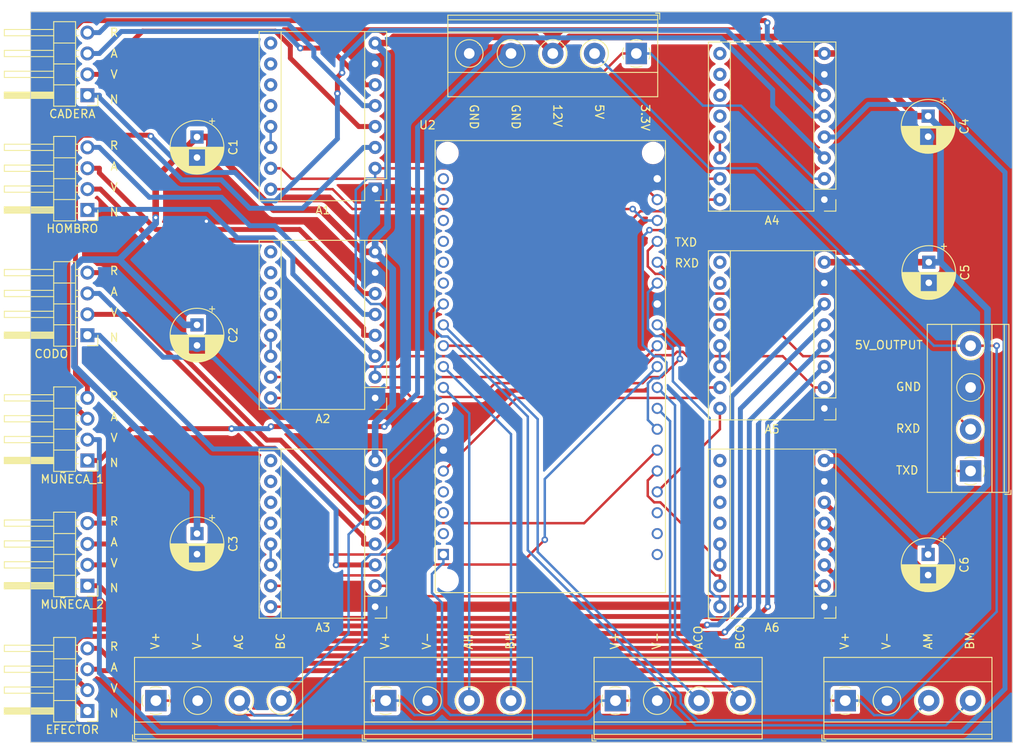
<source format=kicad_pcb>
(kicad_pcb (version 20221018) (generator pcbnew)
  (layers (0 "F.Cu" signal) (31 "B.Cu" signal) (34 "B.Paste" user) (35 "F.Paste" user) (36 "B.SilkS" user "B.Silkscreen") (37 "F.SilkS" user "F.Silkscreen") (38 "B.Mask" user) (39 "F.Mask" user) (44 "Edge.Cuts" user))
  (net 0 "")
  (net 7 "FAC")
  (net 8 "FBC")
  (net 9 "FAH")
  (net 10 "FBH")
  (net 11 "FACO")
  (net 12 "FBCO")
  (net 19 "FAM")
  (net 20 "FBM")
  (net 21 "TX")
  (net 22 "RX")
  (net 47 "3V3")
  (net 48 "5V")
  (net 49 "12V")
  (net 50 "GND")
  (net 51 "Net-(A1-~{RESET})")
  (net 52 "Net-(A2-~{RESET})")
  (net 53 "Net-(A3-~{RESET})")
  (net 54 "Net-(A4-~{RESET})")
  (net 55 "Net-(A5-~{RESET})")
  (net 56 "Net-(A6-~{RESET})")
  (net 57 "STEP_C")
  (net 58 "DIR_C")
  (net 59 "STEP_H")
  (net 60 "DIR_H")
  (net 61 "STEP_CO")
  (net 62 "DIR_CO")
  (net 63 "STEP_M1")
  (net 64 "DIR_M1")
  (net 65 "STEP_M2")
  (net 66 "DIR_M2")
  (net 67 "STEP_E")
  (net 68 "DIR_E")
  (net 69 "NC")
  (net 70 "VC")
  (net 71 "RC")
  (net 72 "AC")
  (net 73 "NH")
  (net 74 "VH")
  (net 75 "RH")
  (net 76 "AH")
  (net 77 "NCO")
  (net 78 "VCO")
  (net 79 "RCO")
  (net 80 "ACO")
  (net 81 "NM1")
  (net 82 "VM1")
  (net 83 "RM1")
  (net 84 "AM1")
  (net 85 "NM2")
  (net 86 "VM2")
  (net 87 "RM2")
  (net 88 "AM2")
  (net 89 "NE")
  (net 90 "VE")
  (net 91 "RE")
  (net 92 "AE")
  (footprint "Connector_PinHeader_2.54mm:PinHeader_1x04_P2.54mm_Horizontal" (layer "F.Cu") (at 93.275 123.18 180)
    (fp_text reference "EFECTOR")
    (fp_text value "Conn_01x04_Pin")
  )
  (footprint "TerminalBlock_Phoenix:TerminalBlock_Phoenix_MKDS-1,5-4-5.08_1x04_P5.08mm_Horizontal" (layer "F.Cu") (at 200.66 93.98 90)
    (fp_text reference "J12" hide)
    (fp_text value "Screw_Terminal_01x04")
  )
  (footprint "Connector_PinHeader_2.54mm:PinHeader_1x04_P2.54mm_Horizontal" (layer "F.Cu") (at 93.275 48.26 180)
    (fp_text reference "CADERA")
    (fp_text value "Conn_01x04_Pin")
  )
  (footprint "TerminalBlock_Phoenix:TerminalBlock_Phoenix_MKDS-1,5-4-5.08_1x04_P5.08mm_Horizontal" (layer "F.Cu") (at 157.48 121.92)
    (fp_text reference "J10" hide)
    (fp_text value "Screw_Terminal_01x04")
  )
  (footprint "Capacitor_THT:CP_Radial_D6.3mm_P2.50mm" (layer "F.Cu") (at 106.6 53.34 -90)
    (fp_text reference "C1")
    (fp_text value "C_Polarized")
  )
  (footprint "Connector_PinHeader_2.54mm:PinHeader_1x04_P2.54mm_Horizontal" (layer "F.Cu") (at 93.275 107.94 180)
    (fp_text reference "MUÑECA_2")
    (fp_text value "Conn_01x04_Pin")
  )
  (footprint "Connector_PinHeader_2.54mm:PinHeader_1x04_P2.54mm_Horizontal" (layer "F.Cu") (at 93.275 77.46 180)
    (fp_text reference "CODO")
    (fp_text value "Conn_01x04_Pin")
  )
  (footprint "TerminalBlock_Phoenix:TerminalBlock_Phoenix_MKDS-1,5-4-5.08_1x04_P5.08mm_Horizontal" (layer "F.Cu") (at 101.6 121.92)
    (fp_text reference "J8" hide)
    (fp_text value "Screw_Terminal_01x04")
  )
  (footprint "Capacitor_THT:CP_Radial_D6.3mm_P2.50mm" (layer "F.Cu") (at 106.6 76.2 -90)
    (fp_text reference "C2")
    (fp_text value "C_Polarized")
  )
  (footprint "Module:Pololu_Breakout-16_15.2x20.3mm" (layer "F.Cu") (at 182.88 60.96 180)
    (fp_text reference "A4")
    (fp_text value "Pololu_Breakout_A4988")
  )
  (footprint "Module:Pololu_Breakout-16_15.2x20.3mm" (layer "F.Cu") (at 128.26 59.69 180)
    (fp_text reference "A1")
    (fp_text value "Pololu_Breakout_A4988")
  )
  (footprint "Module:Pololu_Breakout-16_15.2x20.3mm" (layer "F.Cu") (at 182.88 110.49 180)
    (fp_text reference "A6")
    (fp_text value "Pololu_Breakout_A4988")
  )
  (footprint "Module:Pololu_Breakout-16_15.2x20.3mm" (layer "F.Cu") (at 128.26 110.49 180)
    (fp_text reference "A3")
    (fp_text value "Pololu_Breakout_A4988")
  )
  (footprint "TerminalBlock_Phoenix:TerminalBlock_Phoenix_MKDS-1,5-5-5.08_1x05_P5.08mm_Horizontal" (layer "F.Cu") (at 160.02 43.18 180)
    (fp_text reference "J1" hide)
    (fp_text value "Screw_Terminal_01x05")
  )
  (footprint "ESP32_NODEMCU:ESP32_NODEMCU" (layer "F.Cu") (at 149.56 81.28)
    (fp_text reference "U2")
    (fp_text value "ESP32_NODEMCU")
  )
  (footprint "Capacitor_THT:CP_Radial_D6.3mm_P2.50mm" (layer "F.Cu") (at 195.5 50.8 -90)
    (fp_text reference "C4")
    (fp_text value "C_Polarized")
  )
  (footprint "Capacitor_THT:CP_Radial_D6.3mm_P2.50mm" (layer "F.Cu") (at 195.58 68.58 -90)
    (fp_text reference "C5")
    (fp_text value "C_Polarized")
  )
  (footprint "Module:Pololu_Breakout-16_15.2x20.3mm" (layer "F.Cu") (at 182.88 86.36 180)
    (fp_text reference "A5")
    (fp_text value "Pololu_Breakout_A4988")
  )
  (footprint "Capacitor_THT:CP_Radial_D6.3mm_P2.50mm" (layer "F.Cu") (at 106.6 101.6 -90)
    (fp_text reference "C3")
    (fp_text value "C_Polarized")
  )
  (footprint "TerminalBlock_Phoenix:TerminalBlock_Phoenix_MKDS-1,5-4-5.08_1x04_P5.08mm_Horizontal" (layer "F.Cu") (at 129.54 121.92)
    (fp_text reference "J9" hide)
    (fp_text value "Screw_Terminal_01x04")
  )
  (footprint "Connector_PinHeader_2.54mm:PinHeader_1x04_P2.54mm_Horizontal" (layer "F.Cu") (at 93.275 92.7 180)
    (fp_text reference "MUÑECA_1")
    (fp_text value "Conn_01x04_Pin")
  )
  (footprint "Module:Pololu_Breakout-16_15.2x20.3mm" (layer "F.Cu") (at 128.26 85.09 180)
    (fp_text reference "A2")
    (fp_text value "Pololu_Breakout_A4988")
  )
  (footprint "TerminalBlock_Phoenix:TerminalBlock_Phoenix_MKDS-1,5-4-5.08_1x04_P5.08mm_Horizontal" (layer "F.Cu") (at 185.42 121.92)
    (fp_text reference "J11" hide)
    (fp_text value "Screw_Terminal_01x04")
  )
  (footprint "Connector_PinHeader_2.54mm:PinHeader_1x04_P2.54mm_Horizontal" (layer "F.Cu") (at 93.275 62.22 180)
    (fp_text reference "HOMBRO")
    (fp_text value "Conn_01x04_Pin")
  )
  (footprint "Capacitor_THT:CP_Radial_D6.3mm_P2.50mm" (layer "F.Cu") (at 195.5 104.14 -90)
    (fp_text reference "C6")
    (fp_text value "C_Polarized")
  )
  (gr_rect (start 86.36 38.1) (end 205.74 127) (stroke (width 0.1)) (fill none) (layer "Edge.Cuts"))
  (gr_text "GND" (at 139.7 49.26 -90) (layer "F.SilkS") (effects (font (size 1 1)) (justify left bottom)))
  (gr_text "R" (at 96.52 115.34) (layer "F.SilkS") (effects (font (size 1 1))))
  (gr_text "BH" (at 145.28 115.8 90) (layer "F.SilkS") (effects (font (size 1 1)) (justify left bottom)))
  (gr_text "GND" (at 144.78 49.26 -90) (layer "F.SilkS") (effects (font (size 1 1)) (justify left bottom)))
  (gr_text "A" (at 96.52 56.92) (layer "F.SilkS") (effects (font (size 1 1))))
  (gr_text "N" (at 96.52 108.22) (layer "F.SilkS") (effects (font (size 1 1))))
  (gr_text "N" (at 96.52 123.46) (layer "F.SilkS") (effects (font (size 1 1))))
  (gr_text "RXD" (at 191.5 89.4) (layer "F.SilkS") (effects (font (size 1 1)) (justify left bottom)))
  (gr_text "R" (at 96.52 84.86) (layer "F.SilkS") (effects (font (size 1 1))))
  (gr_text "AM" (at 196.08 115.8 90) (layer "F.SilkS") (effects (font (size 1 1)) (justify left bottom)))
  (gr_text "N" (at 96.52 62.5) (layer "F.SilkS") (effects (font (size 1 1))))
  (gr_text "V" (at 96.52 59.46) (layer "F.SilkS") (effects (font (size 1 1))))
  (gr_text "BM" (at 201.16 115.8 90) (layer "F.SilkS") (effects (font (size 1 1)) (justify left bottom)))
  (gr_text "V+" (at 102.1 115.8 90) (layer "F.SilkS") (effects (font (size 1 1)) (justify left bottom)))
  (gr_text "A" (at 96.52 117.88) (layer "F.SilkS") (effects (font (size 1 1))))
  (gr_text "V+" (at 157.98 115.8 90) (layer "F.SilkS") (effects (font (size 1 1)) (justify left bottom)))
  (gr_text "V" (at 96.52 89.94) (layer "F.SilkS") (effects (font (size 1 1))))
  (gr_text "N" (at 96.52 48.76) (layer "F.SilkS") (effects (font (size 1 1))))
  (gr_text "AH" (at 140.2 115.8 90) (layer "F.SilkS") (effects (font (size 1 1)) (justify left bottom)))
  (gr_text "R" (at 96.52 100.1) (layer "F.SilkS") (effects (font (size 1 1))))
  (gr_text "GND" (at 191.5 84.32) (layer "F.SilkS") (effects (font (size 1 1)) (justify left bottom)))
  (gr_text "R" (at 96.52 69.62) (layer "F.SilkS") (effects (font (size 1 1))))
  (gr_text "ACO" (at 168.14 115.8 90) (layer "F.SilkS") (effects (font (size 1 1)) (justify left bottom)))
  (gr_text "V+" (at 185.92 115.8 90) (layer "F.SilkS") (effects (font (size 1 1)) (justify left bottom)))
  (gr_text "N" (at 96.52 92.98) (layer "F.SilkS") (effects (font (size 1 1))))
  (gr_text "12V" (at 149.86 49.26 -90) (layer "F.SilkS") (effects (font (size 1 1)) (justify left bottom)))
  (gr_text "5V_OUTPUT" (at 186.5 79.24) (layer "F.SilkS") (effects (font (size 1 1)) (justify left bottom)))
  (gr_text "V" (at 96.52 45.72) (layer "F.SilkS") (effects (font (size 1 1))))
  (gr_text "AC" (at 112.26 115.8 90) (layer "F.SilkS") (effects (font (size 1 1)) (justify left bottom)))
  (gr_text "A" (at 96.52 43.18) (layer "F.SilkS") (effects (font (size 1 1))))
  (gr_text "BC" (at 117.34 115.8 90) (layer "F.SilkS") (effects (font (size 1 1)) (justify left bottom)))
  (gr_text "V-" (at 191 115.8 90) (layer "F.SilkS") (effects (font (size 1 1)) (justify left bottom)))
  (gr_text "N" (at 96.52 77.74) (layer "F.SilkS") (effects (font (size 1 1))))
  (gr_text "R" (at 96.52 54.38) (layer "F.SilkS") (effects (font (size 1 1))))
  (gr_text "A" (at 96.52 72.16) (layer "F.SilkS") (effects (font (size 1 1))))
  (gr_text "V-" (at 163.06 115.8 90) (layer "F.SilkS") (effects (font (size 1 1)) (justify left bottom)))
  (gr_text "V+" (at 130.04 115.8 90) (layer "F.SilkS") (effects (font (size 1 1)) (justify left bottom)))
  (gr_text "V" (at 96.52 74.7) (layer "F.SilkS") (effects (font (size 1 1))))
  (gr_text "5V" (at 154.94 49.26 -90) (layer "F.SilkS") (effects (font (size 1 1)) (justify left bottom)))
  (gr_text "V-" (at 107.18 115.8 90) (layer "F.SilkS") (effects (font (size 1 1)) (justify left bottom)))
  (gr_text "V" (at 96.52 120.42) (layer "F.SilkS") (effects (font (size 1 1))))
  (gr_text "RXD" (at 164.6 69.28) (layer "F.SilkS") (effects (font (size 1 1)) (justify left bottom)))
  (gr_text "V-" (at 135.12 115.8 90) (layer "F.SilkS") (effects (font (size 1 1)) (justify left bottom)))
  (gr_text "BCO" (at 173.22 115.8 90) (layer "F.SilkS") (effects (font (size 1 1)) (justify left bottom)))
  (gr_text "TXD" (at 191.5 94.48) (layer "F.SilkS") (effects (font (size 1 1)) (justify left bottom)))
  (gr_text "R" (at 96.52 40.64) (layer "F.SilkS") (effects (font (size 1 1))))
  (gr_text "A" (at 96.52 87.4) (layer "F.SilkS") (effects (font (size 1 1))))
  (gr_text "A" (at 96.52 102.64) (layer "F.SilkS") (effects (font (size 1 1))))
  (gr_text "3.3V" (at 160.52 49.26 -90) (layer "F.SilkS") (effects (font (size 1 1)) (justify left bottom)))
  (gr_text "TXD" (at 164.6 66.74) (layer "F.SilkS") (effects (font (size 1 1)) (justify left bottom)))
  (gr_text "V" (at 96.52 105.18) (layer "F.SilkS") (effects (font (size 1 1))))
  (segment (start 127.6925 104.14) (end 126.6877 105.1448) (width 0.3) (layer "B.Cu") (net 7))
  (segment (start 130.508 94.952) (end 130.508 102.4054) (width 0.3) (layer "B.Cu") (net 7))
  (segment (start 126.6877 114.5864) (end 117.5502 123.7239) (width 0.3) (layer "B.Cu") (net 7))
  (segment (start 113.5639 123.7239) (end 111.76 121.92) (width 0.3) (layer "B.Cu") (net 7))
  (segment (start 126.6877 105.1448) (end 126.6877 114.5864) (width 0.3) (layer "B.Cu") (net 7))
  (segment (start 130.508 102.4054) (end 128.7734 104.14) (width 0.3) (layer "B.Cu") (net 7))
  (segment (start 136.56 88.9) (end 130.508 94.952) (width 0.3) (layer "B.Cu") (net 7))
  (segment (start 117.5502 123.7239) (end 113.5639 123.7239) (width 0.3) (layer "B.Cu") (net 7))
  (segment (start 128.7734 104.14) (end 127.6925 104.14) (width 0.3) (layer "B.Cu") (net 7))
  (segment (start 128.7947 99.06) (end 127.679 99.06) (width 0.3) (layer "B.Cu") (net 8))
  (segment (start 129.8853 93.0347) (end 129.8853 97.9694) (width 0.3) (layer "B.Cu") (net 8))
  (segment (start 129.8853 97.9694) (end 128.7947 99.06) (width 0.3) (layer "B.Cu") (net 8))
  (segment (start 136.56 86.36) (end 129.8853 93.0347) (width 0.3) (layer "B.Cu") (net 8))
  (segment (start 125.034 101.705) (end 125.034 113.726) (width 0.3) (layer "B.Cu") (net 8))
  (segment (start 127.679 99.06) (end 125.034 101.705) (width 0.3) (layer "B.Cu") (net 8))
  (segment (start 125.034 113.726) (end 116.84 121.92) (width 0.3) (layer "B.Cu") (net 8))
  (segment (start 136.56 83.82) (end 139.7 86.96) (width 0.3) (layer "B.Cu") (net 9))
  (segment (start 139.7 86.96) (end 139.7 121.92) (width 0.3) (layer "B.Cu") (net 9))
  (segment (start 136.56 81.28) (end 144.78 89.5) (width 0.3) (layer "B.Cu") (net 10))
  (segment (start 144.78 89.5) (end 144.78 121.92) (width 0.3) (layer "B.Cu") (net 10))
  (segment (start 167.64 121.92) (end 164.1211 118.4011) (width 0.3) (layer "B.Cu") (net 11))
  (segment (start 164.1211 118.4011) (end 164.1211 87.9211) (width 0.3) (layer "B.Cu") (net 11))
  (segment (start 164.1211 87.9211) (end 162.56 86.36) (width 0.3) (layer "B.Cu") (net 11))
  (segment (start 164.723 85.983) (end 164.723 113.923) (width 0.3) (layer "B.Cu") (net 12))
  (segment (start 162.56 83.82) (end 164.723 85.983) (width 0.3) (layer "B.Cu") (net 12))
  (segment (start 164.723 113.923) (end 172.72 121.92) (width 0.3) (layer "B.Cu") (net 12))
  (segment (start 148.0258 87.6658) (end 148.0258 103.8327) (width 0.3) (layer "B.Cu") (net 19))
  (segment (start 165.4154 121.2223) (end 165.4154 122.2192) (width 0.3) (layer "B.Cu") (net 19))
  (segment (start 148.0258 103.8327) (end 165.4154 121.2223) (width 0.3) (layer "B.Cu") (net 19))
  (segment (start 193.1957 124.3043) (end 195.58 121.92) (width 0.3) (layer "B.Cu") (net 19))
  (segment (start 167.5005 124.3043) (end 193.1957 124.3043) (width 0.3) (layer "B.Cu") (net 19))
  (segment (start 165.4154 122.2192) (end 167.5005 124.3043) (width 0.3) (layer "B.Cu") (net 19))
  (segment (start 136.56 76.2) (end 148.0258 87.6658) (width 0.3) (layer "B.Cu") (net 19))
  (segment (start 137.0744 77.6131) (end 146.8235 87.3622) (width 0.3) (layer "B.Cu") (net 20))
  (segment (start 164.7443 122.4478) (end 167.2187 124.9222) (width 0.3) (layer "B.Cu") (net 20))
  (segment (start 164.7443 121.5416) (end 164.7443 122.4478) (width 0.3) (layer "B.Cu") (net 20))
  (segment (start 136.56 73.66) (end 135.4023 74.8177) (width 0.3) (layer "B.Cu") (net 20))
  (segment (start 135.4023 76.6892) (end 136.3262 77.6131) (width 0.3) (layer "B.Cu") (net 20))
  (segment (start 136.3262 77.6131) (end 137.0744 77.6131) (width 0.3) (layer "B.Cu") (net 20))
  (segment (start 135.4023 74.8177) (end 135.4023 76.6892) (width 0.3) (layer "B.Cu") (net 20))
  (segment (start 167.2187 124.9222) (end 197.6578 124.9222) (width 0.3) (layer "B.Cu") (net 20))
  (segment (start 146.8235 103.6208) (end 164.7443 121.5416) (width 0.3) (layer "B.Cu") (net 20))
  (segment (start 197.6578 124.9222) (end 200.66 121.92) (width 0.3) (layer "B.Cu") (net 20))
  (segment (start 146.8235 87.3622) (end 146.8235 103.6208) (width 0.3) (layer "B.Cu") (net 20))
  (segment (start 175.2065 74.93) (end 180.2865 80.01) (width 0.3) (layer "F.Cu") (net 21))
  (segment (start 161.4118 67.1882) (end 161.4118 69.084) (width 0.3) (layer "F.Cu") (net 21))
  (segment (start 168.0113 74.93) (end 175.2065 74.93) (width 0.3) (layer "F.Cu") (net 21))
  (segment (start 162.56 66.04) (end 161.4118 67.1882) (width 0.3) (layer "F.Cu") (net 21))
  (segment (start 161.4118 69.084) (end 162.3209 69.9931) (width 0.3) (layer "F.Cu") (net 21))
  (segment (start 200.66 93.98) (end 198.9081 93.98) (width 0.3) (layer "F.Cu") (net 21))
  (segment (start 163.0744 69.9931) (end 168.0113 74.93) (width 0.3) (layer "F.Cu") (net 21))
  (segment (start 184.9381 80.01) (end 198.9081 93.98) (width 0.3) (layer "F.Cu") (net 21))
  (segment (start 180.2865 80.01) (end 184.9381 80.01) (width 0.3) (layer "F.Cu") (net 21))
  (segment (start 162.3209 69.9931) (end 163.0744 69.9931) (width 0.3) (layer "F.Cu") (net 21))
  (segment (start 200.66 88.9) (end 184.15 72.39) (width 0.3) (layer "F.Cu") (net 22))
  (segment (start 184.15 72.39) (end 166.37 72.39) (width 0.3) (layer "F.Cu") (net 22))
  (segment (start 166.37 72.39) (end 162.56 68.58) (width 0.3) (layer "F.Cu") (net 22))
  (segment (start 164.9693 79.4749) (end 164.5525 79.8917) (width 0.3) (layer "F.Cu") (net 47))
  (segment (start 177.8181 80.01) (end 166.2101 80.01) (width 0.3) (layer "F.Cu") (net 47))
  (segment (start 166.2101 80.01) (end 165.675 79.4749) (width 0.3) (layer "F.Cu") (net 47))
  (segment (start 162.3546 79.8917) (end 159.6963 82.55) (width 0.3) (layer "F.Cu") (net 47))
  (segment (start 128.26 107.95) (end 129.5119 107.95) (width 0.3) (layer "F.Cu") (net 47))
  (segment (start 181.6281 83.82) (end 181.6281 107.95) (width 0.3) (layer "F.Cu") (net 47))
  (segment (start 165.675 79.4749) (end 164.9693 79.4749) (width 0.3) (layer "F.Cu") (net 47))
  (segment (start 164.5525 79.8917) (end 162.3546 79.8917) (width 0.3) (layer "F.Cu") (net 47))
  (segment (start 159.6963 82.55) (end 128.26 82.55) (width 0.3) (layer "F.Cu") (net 47))
  (segment (start 180.3582 109.2199) (end 130.7818 109.2199) (width 0.3) (layer "F.Cu") (net 47))
  (segment (start 144.2981 57.15) (end 158.2681 43.18) (width 0.3) (layer "F.Cu") (net 47))
  (segment (start 128.26 57.15) (end 144.2981 57.15) (width 0.3) (layer "F.Cu") (net 47))
  (segment (start 181.6281 83.82) (end 177.8181 80.01) (width 0.3) (layer "F.Cu") (net 47))
  (segment (start 130.7818 109.2199) (end 129.5119 107.95) (width 0.3) (layer "F.Cu") (net 47))
  (segment (start 182.88 107.95) (end 181.6281 107.95) (width 0.3) (layer "F.Cu") (net 47))
  (segment (start 182.88 83.82) (end 181.6281 83.82) (width 0.3) (layer "F.Cu") (net 47))
  (segment (start 160.02 43.18) (end 158.2681 43.18) (width 0.3) (layer "F.Cu") (net 47))
  (segment (start 181.6281 107.95) (end 180.3582 109.2199) (width 0.3) (layer "F.Cu") (net 47))
  (segment (start 127.7383 73.66) (end 125.9008 71.8225) (width 0.3) (layer "B.Cu") (net 47))
  (segment (start 125.9008 71.8225) (end 125.9008 59.7841) (width 0.3) (layer "B.Cu") (net 47))
  (segment (start 182.88 58.42) (end 181.6281 58.42) (width 0.3) (layer "B.Cu") (net 47))
  (segment (start 172.7381 49.53) (end 181.6281 58.42) (width 0.3) (layer "B.Cu") (net 47))
  (segment (start 160.02 43.18) (end 161.7719 43.18) (width 0.3) (layer "B.Cu") (net 47))
  (segment (start 125.9008 59.7841) (end 127.283 58.4019) (width 0.3) (layer "B.Cu") (net 47))
  (segment (start 128.26 57.15) (end 128.26 58.4019) (width 0.3) (layer "B.Cu") (net 47))
  (segment (start 128.26 81.2981) (end 128.8077 81.2981) (width 0.3) (layer "B.Cu") (net 47))
  (segment (start 128.26 82.55) (end 128.26 81.2981) (width 0.3) (layer "B.Cu") (net 47))
  (segment (start 128.8319 73.66) (end 127.7383 73.66) (width 0.3) (layer "B.Cu") (net 47))
  (segment (start 161.7719 43.18) (end 168.1219 49.53) (width 0.3) (layer "B.Cu") (net 47))
  (segment (start 129.539 74.3671) (end 128.8319 73.66) (width 0.3) (layer "B.Cu") (net 47))
  (segment (start 168.1219 49.53) (end 172.7381 49.53) (width 0.3) (layer "B.Cu") (net 47))
  (segment (start 127.283 58.4019) (end 128.26 58.4019) (width 0.3) (layer "B.Cu") (net 47))
  (segment (start 129.539 80.5668) (end 129.539 74.3671) (width 0.3) (layer "B.Cu") (net 47))
  (segment (start 128.8077 81.2981) (end 129.539 80.5668) (width 0.3) (layer "B.Cu") (net 47))
  (segment (start 157.48 121.92) (end 159.2319 121.92) (width 0.3) (layer "F.Cu") (net 48))
  (segment (start 129.54 121.92) (end 127.7881 121.92) (width 0.3) (layer "F.Cu") (net 48))
  (segment (start 126.0362 123.6719) (end 127.7881 121.92) (width 0.3) (layer "F.Cu") (net 48))
  (segment (start 160.9838 120.1681) (end 159.2319 121.92) (width 0.3) (layer "F.Cu") (net 48))
  (segment (start 105.1038 123.6719) (end 126.0362 123.6719) (width 0.3) (layer "F.Cu") (net 48))
  (segment (start 185.42 121.92) (end 183.6681 121.92) (width 0.3) (layer "F.Cu") (net 48))
  (segment (start 200.66 78.74) (end 203.8316 78.74) (width 0.3) (layer "F.Cu") (net 48))
  (segment (start 101.6 121.92) (end 103.3519 121.92) (width 0.3) (layer "F.Cu") (net 48))
  (segment (start 183.6681 121.92) (end 181.9162 120.1681) (width 0.3) (layer "F.Cu") (net 48))
  (segment (start 181.9162 120.1681) (end 160.9838 120.1681) (width 0.3) (layer "F.Cu") (net 48))
  (segment (start 103.3519 121.92) (end 105.1038 123.6719) (width 0.3) (layer "F.Cu") (net 48))
  (via (at 203.8316 78.74) (size 0.8) (drill 0.4) (layers "F.Cu" "B.Cu") (net 48))
  (segment (start 203.8316 111.0982) (end 191.2434 123.6864) (width 0.3) (layer "B.Cu") (net 48))
  (segment (start 157.48 121.92) (end 155.7281 121.92) (width 0.3) (layer "B.Cu") (net 48))
  (segment (start 200.66 78.74) (end 196.2002 78.74) (width 0.3) (layer "B.Cu") (net 48))
  (segment (start 188.9383 123.6864) (end 187.1719 121.92) (width 0.3) (layer "B.Cu") (net 48))
  (segment (start 136.3922 122.6506) (end 135.3709 123.6719) (width 0.3) (layer "B.Cu") (net 48))
  (segment (start 136.56 104.14) (end 136.56 105.2669) (width 0.3) (layer "B.Cu") (net 48))
  (segment (start 133.0438 123.6719) (end 131.2919 121.92) (width 0.3) (layer "B.Cu") (net 48))
  (segment (start 203.8316 78.74) (end 203.8316 111.0982) (width 0.3) (layer "B.Cu") (net 48))
  (segment (start 135.3709 123.6719) (end 133.0438 123.6719) (width 0.3) (layer "B.Cu") (net 48))
  (segment (start 168.91 57.15) (end 154.94 43.18) (width 0.3) (layer "B.Cu") (net 48))
  (segment (start 136.3922 110.0272) (end 136.3922 122.6506) (width 0.3) (layer "B.Cu") (net 48))
  (segment (start 153.9762 123.6719) (end 155.7281 121.92) (width 0.3) (layer "B.Cu") (net 48))
  (segment (start 174.6102 57.15) (end 168.91 57.15) (width 0.3) (layer "B.Cu") (net 48))
  (segment (start 137.4135 123.6719) (end 153.9762 123.6719) (width 0.3) (layer "B.Cu") (net 48))
  (segment (start 136.3922 122.6506) (end 137.4135 123.6719) (width 0.3) (layer "B.Cu") (net 48))
  (segment (start 129.54 121.92) (end 131.2919 121.92) (width 0.3) (layer "B.Cu") (net 48))
  (segment (start 185.42 121.92) (end 187.1719 121.92) (width 0.3) (layer "B.Cu") (net 48))
  (segment (start 191.2434 123.6864) (end 188.9383 123.6864) (width 0.3) (layer "B.Cu") (net 48))
  (segment (start 136.56 105.2669) (end 136.4191 105.2669) (width 0.3) (layer "B.Cu") (net 48))
  (segment (start 135.1701 108.8051) (end 136.3922 110.0272) (width 0.3) (layer "B.Cu") (net 48))
  (segment (start 136.4191 105.2669) (end 135.1701 106.5159) (width 0.3) (layer "B.Cu") (net 48))
  (segment (start 196.2002 78.74) (end 174.6102 57.15) (width 0.3) (layer "B.Cu") (net 48))
  (segment (start 135.1701 106.5159) (end 135.1701 108.8051) (width 0.3) (layer "B.Cu") (net 48))
  (segment (start 182.88 43.18) (end 186.3781 43.18) (width 0.8) (layer "F.Cu") (net 49))
  (segment (start 179.3733 41.1752) (end 181.3781 43.18) (width 0.8) (layer "F.Cu") (net 49))
  (segment (start 101.5767 58.3633) (end 101.5767 63.1473) (width 0.8) (layer "F.Cu") (net 49))
  (segment (start 126.7581 67.31) (end 121.6334 62.1853) (width 0.8) (layer "F.Cu") (net 49))
  (segment (start 106.6 53.34) (end 108.1019 53.34) (width 0.8) (layer "F.Cu") (net 49))
  (segment (start 108.1019 54.3726) (end 108.1019 53.34) (width 0.8) (layer "F.Cu") (net 49))
  (segment (start 106.6 53.34) (end 101.5767 58.3633) (width 0.8) (layer "F.Cu") (net 49))
  (segment (start 195.5 50.8) (end 193.9981 50.8) (width 0.8) (layer "F.Cu") (net 49))
  (segment (start 186.3781 43.18) (end 193.9981 50.8) (width 0.8) (layer "F.Cu") (net 49))
  (segment (start 149.86 43.18) (end 147.8422 41.1622) (width 0.8) (layer "F.Cu") (net 49))
  (segment (start 121.6334 62.1853) (end 115.9146 62.1853) (width 0.8) (layer "F.Cu") (net 49))
  (segment (start 115.9146 62.1853) (end 108.1019 54.3726) (width 0.8) (layer "F.Cu") (net 49))
  (segment (start 128.26 41.91) (end 129.7619 41.91) (width 0.8) (layer "F.Cu") (net 49))
  (segment (start 149.86 43.18) (end 151.8648 41.1752) (width 0.8) (layer "F.Cu") (net 49))
  (segment (start 182.88 43.18) (end 181.3781 43.18) (width 0.8) (layer "F.Cu") (net 49))
  (segment (start 182.88 68.58) (end 195.58 68.58) (width 0.8) (layer "F.Cu") (net 49))
  (segment (start 147.8422 41.1622) (end 130.5097 41.1622) (width 0.8) (layer "F.Cu") (net 49))
  (segment (start 128.26 67.31) (end 126.7581 67.31) (width 0.8) (layer "F.Cu") (net 49))
  (segment (start 151.8648 41.1752) (end 179.3733 41.1752) (width 0.8) (layer "F.Cu") (net 49))
  (segment (start 130.5097 41.1622) (end 129.7619 41.91) (width 0.8) (layer "F.Cu") (net 49))
  (via (at 101.5767 63.1473) (size 0.8) (drill 0.4) (layers "F.Cu" "B.Cu") (net 49))
  (segment (start 128.26 67.31) (end 130.4021 69.4521) (width 0.8) (layer "B.Cu") (net 49))
  (segment (start 106.6 96.1632) (end 91.6918 81.255) (width 0.8) (layer "B.Cu") (net 49))
  (segment (start 101.5767 63.845) (end 97.1599 68.2618) (width 0.8) (layer "B.Cu") (net 49))
  (segment (start 128.26 67.31) (end 128.26 65.8081) (width 0.8) (layer "B.Cu") (net 49))
  (segment (start 128.26 41.91) (end 129.7687 43.4187) (width 0.8) (layer "B.Cu") (net 49))
  (segment (start 202.7175 95.6083) (end 195.6877 102.6381) (width 0.8) (layer "B.Cu") (net 49))
  (segment (start 195.6877 102.6381) (end 195.5 102.6381) (width 0.8) (layer "B.Cu") (net 49))
  (segment (start 91.6918 81.255) (end 91.6918 69.1797) (width 0.8) (layer "B.Cu") (net 49))
  (segment (start 128.26 92.71) (end 128.26 91.2081) (width 0.8) (layer "B.Cu") (net 49))
  (segment (start 106.125 76.2) (end 105.0981 76.2) (width 0.8) (layer "B.Cu") (net 49))
  (segment (start 202.7175 74.2859) (end 202.7175 95.6083) (width 0.8) (layer "B.Cu") (net 49))
  (segment (start 197.0116 68.58) (end 202.7175 74.2859) (width 0.8) (layer "B.Cu") (net 49))
  (segment (start 197.0116 52.3116) (end 197.0116 68.58) (width 0.8) (layer "B.Cu") (net 49))
  (segment (start 195.58 68.58) (end 197.0116 68.58) (width 0.8) (layer "B.Cu") (net 49))
  (segment (start 101.5767 63.1473) (end 101.5767 63.845) (width 0.8) (layer "B.Cu") (net 49))
  (segment (start 97.1599 68.2618) (end 105.0981 76.2) (width 0.8) (layer "B.Cu") (net 49))
  (segment (start 130.4021 85.9874) (end 128.26 88.1295) (width 0.8) (layer "B.Cu") (net 49))
  (segment (start 106.125 76.2) (end 106.6 76.2) (width 0.8) (layer "B.Cu") (net 49))
  (segment (start 195.5 50.8) (end 197.0116 52.3116) (width 0.8) (layer "B.Cu") (net 49))
  (segment (start 106.6 101.6) (end 106.6 96.1632) (width 0.8) (layer "B.Cu") (net 49))
  (segment (start 128.26 88.1295) (end 128.26 91.2081) (width 0.8) (layer "B.Cu") (net 49))
  (segment (start 195.5 104.14) (end 195.5 102.6381) (width 0.8) (layer "B.Cu") (net 49))
  (segment (start 130.4021 69.4521) (end 130.4021 85.9874) (width 0.8) (layer "B.Cu") (net 49))
  (segment (start 182.88 92.71) (end 184.3819 92.71) (width 0.8) (layer "B.Cu") (net 49))
  (segment (start 129.7687 64.2994) (end 128.26 65.8081) (width 0.8) (layer "B.Cu") (net 49))
  (segment (start 194.31 102.6381) (end 195.5 102.6381) (width 0.8) (layer "B.Cu") (net 49))
  (segment (start 184.3819 92.71) (end 194.31 102.6381) (width 0.8) (layer "B.Cu") (net 49))
  (segment (start 129.7687 43.4187) (end 129.7687 64.2994) (width 0.8) (layer "B.Cu") (net 49))
  (segment (start 91.6918 69.1797) (end 92.6097 68.2618) (width 0.8) (layer "B.Cu") (net 49))
  (segment (start 92.6097 68.2618) (end 97.1599 68.2618) (width 0.8) (layer "B.Cu") (net 49))
  (segment (start 181.3781 69.3718) (end 181.3781 63.9638) (width 0.8) (layer "F.Cu") (net 50))
  (segment (start 184.3819 95.6157) (end 184.3819 95.25) (width 0.8) (layer "F.Cu") (net 50))
  (segment (start 128.26 86.5904) (end 128.192 86.6584) (width 0.8) (layer "F.Cu") (net 50))
  (segment (start 184.3819 89.3638) (end 182.88 87.8619) (width 0.8) (layer "F.Cu") (net 50))
  (segment (start 191.6264 52.9645) (end 191.9619 53.3) (width 0.8) (layer "F.Cu") (net 50))
  (segment (start 126.7581 69.85) (end 120.5002 63.5921) (width 0.8) (layer "F.Cu") (net 50))
  (segment (start 136.6219 123.9219) (end 160.5581 123.9219) (width 0.8) (layer "F.Cu") (net 50))
  (segment (start 191.9619 53.3) (end 195.5 53.3) (width 0.8) (layer "F.Cu") (net 50))
  (segment (start 188.4981 123.9219) (end 190.5 121.92) (width 0.8) (layer "F.Cu") (net 50))
  (segment (start 138.43 44.45) (end 129.7619 44.45) (width 0.8) (layer "F.Cu") (net 50))
  (segment (start 182.88 71.12) (end 183.1263 71.12) (width 0.8) (layer "F.Cu") (net 50))
  (segment (start 184.4219 71.08) (end 195.58 71.08) (width 0.8) (layer "F.Cu") (net 50))
  (segment (start 128.26 86.5904) (end 128.26 86.5919) (width 0.8) (layer "F.Cu") (net 50))
  (segment (start 195.5 106.64) (end 195.4062 106.64) (width 0.8) (layer "F.Cu") (net 50))
  (segment (start 120.5002 63.5921) (end 107.7395 63.5921) (width 0.8) (layer "F.Cu") (net 50))
  (segment (start 182.88 61.7109) (end 191.6264 52.9645) (width 0.8) (layer "F.Cu") (net 50))
  (segment (start 164.5619 123.9219) (end 188.4981 123.9219) (width 0.8) (layer "F.Cu") (net 50))
  (segment (start 133.5719 91.1805) (end 133.5719 91.44) (width 0.8) (layer "F.Cu") (net 50))
  (segment (start 128.192 86.6584) (end 114.5584 86.6584) (width 0.8) (layer "F.Cu") (net 50))
  (segment (start 133.5719 91.44) (end 129.7619 95.25) (width 0.8) (layer "F.Cu") (net 50))
  (segment (start 128.26 44.45) (end 129.7619 44.45) (width 0.8) (layer "F.Cu") (net 50))
  (segment (start 184.3819 45.72) (end 191.6264 52.9645) (width 0.8) (layer "F.Cu") (net 50))
  (segment (start 183.1263 71.12) (end 181.3781 69.3718) (width 0.8) (layer "F.Cu") (net 50))
  (segment (start 182.88 60.96) (end 182.88 61.7109) (width 0.8) (layer "F.Cu") (net 50))
  (segment (start 107.7395 63.5921) (end 107.7395 56.9795) (width 0.8) (layer "F.Cu") (net 50))
  (segment (start 182.88 86.36) (end 182.88 87.8619) (width 0.8) (layer "F.Cu") (net 50))
  (segment (start 139.7 43.18) (end 138.43 44.45) (width 0.8) (layer "F.Cu") (net 50))
  (segment (start 128.26 86.316) (end 128.26 86.5904) (width 0.8) (layer "F.Cu") (net 50))
  (segment (start 184.106 95.25) (end 184.3819 95.25) (width 0.8) (layer "F.Cu") (net 50))
  (segment (start 139.7 43.18) (end 144.78 43.18) (width 0.8) (layer "F.Cu") (net 50))
  (segment (start 134.62 121.92) (end 136.6219 123.9219) (width 0.8) (layer "F.Cu") (net 50))
  (segment (start 183.631 71.12) (end 183.1263 71.12) (width 0.8) (layer "F.Cu") (net 50))
  (segment (start 128.26 85.09) (end 128.26 86.316) (width 0.8) (layer "F.Cu") (net 50))
  (segment (start 181.3781 63.9638) (end 182.88 62.4619) (width 0.8) (layer "F.Cu") (net 50))
  (segment (start 183.631 71.12) (end 184.3819 71.12) (width 0.8) (layer "F.Cu") (net 50))
  (segment (start 128.26 95.25) (end 129.7619 95.25) (width 0.8) (layer "F.Cu") (net 50))
  (segment (start 160.5581 123.9219) (end 162.56 121.92) (width 0.8) (layer "F.Cu") (net 50))
  (segment (start 182.88 45.72) (end 184.3819 45.72) (width 0.8) (layer "F.Cu") (net 50))
  (segment (start 182.88 61.7109) (end 182.88 62.4619) (width 0.8) (layer "F.Cu") (net 50))
  (segment (start 182.88 95.25) (end 184.106 95.25) (width 0.8) (layer "F.Cu") (net 50))
  (segment (start 128.9833 86.5919) (end 133.5719 91.1805) (width 0.8) (layer "F.Cu") (net 50))
  (segment (start 195.4062 106.64) (end 184.3819 95.6157) (width 0.8) (layer "F.Cu") (net 50))
  (segment (start 107.7395 56.9795) (end 106.6 55.84) (width 0.8) (layer "F.Cu") (net 50))
  (segment (start 184.3819 95.25) (end 184.3819 89.3638) (width 0.8) (layer "F.Cu") (net 50))
  (segment (start 184.3819 71.12) (end 184.4219 71.08) (width 0.8) (layer "F.Cu") (net 50))
  (segment (start 128.26 69.85) (end 126.7581 69.85) (width 0.8) (layer "F.Cu") (net 50))
  (segment (start 128.26 86.5919) (end 128.9833 86.5919) (width 0.8) (layer "F.Cu") (net 50))
  (segment (start 114.5584 86.6584) (end 106.6 78.7) (width 0.8) (layer "F.Cu") (net 50))
  (segment (start 162.56 121.92) (end 164.5619 123.9219) (width 0.8) (layer "F.Cu") (net 50))
  (segment (start 136.56 91.44) (end 133.5719 91.44) (width 0.8) (layer "F.Cu") (net 50))
  (via (at 107.7395 63.5921) (size 0.8) (drill 0.4) (layers "F.Cu" "B.Cu") (net 50))
  (segment (start 182.88 110.49) (end 182.88 111.9919) (width 0.8) (layer "B.Cu") (net 50))
  (segment (start 126.7581 68.3481) (end 128.26 69.85) (width 0.8) (layer "B.Cu") (net 50))
  (segment (start 117.9279 124.618) (end 109.378 124.618) (width 0.8) (layer "B.Cu") (net 50))
  (segment (start 186.9024 115.3448) (end 186.9024 118.3224) (width 0.8) (layer "B.Cu") (net 50))
  (segment (start 182.88 71.12) (end 181.3781 71.12) (width 0.8) (layer "B.Cu") (net 50))
  (segment (start 131.7618 106.9882) (end 128.26 110.49) (width 0.8) (layer "B.Cu") (net 50))
  (segment (start 134.62 121.92) (end 127.623 114.9229) (width 0.8) (layer "B.Cu") (net 50))
  (segment (start 160.02 58.42) (end 162.56 58.42) (width 0.8) (layer "B.Cu") (net 50))
  (segment (start 108.1019 63.9545) (end 107.7395 63.5921) (width 0.8) (layer "B.Cu") (net 50))
  (segment (start 131.7618 96.2382) (end 131.7618 106.9882) (width 0.8) (layer "B.Cu") (net 50))
  (segment (start 182.88 111.9919) (end 186.2329 115.3448) (width 0.8) (layer "B.Cu") (net 50))
  (segment (start 186.9024 115.3448) (end 195.5 106.7472) (width 0.8) (layer "B.Cu") (net 50))
  (segment (start 128.26 114.2859) (end 127.623 114.9229) (width 0.8) (layer "B.Cu") (net 50))
  (segment (start 106.6938 78.7) (end 108.1019 77.2919) (width 0.8) (layer "B.Cu") (net 50))
  (segment (start 184.4554 72.6954) (end 182.88 71.12) (width 0.8) (layer "B.Cu") (net 50))
  (segment (start 168.0847 68.1353) (end 168.0847 67.0762) (width 0.8) (layer "B.Cu") (net 50))
  (segment (start 136.56 91.44) (end 131.7618 96.2382) (width 0.8) (layer "B.Cu") (net 50))
  (segment (start 106.6 104.1) (end 106.68 104.18) (width 0.8) (layer "B.Cu") (net 50))
  (segment (start 184.4554 84.7846) (end 184.4554 83.82) (width 0.8) (layer "B.Cu") (net 50))
  (segment (start 144.78 43.18) (end 160.02 58.42) (width 0.8) (layer "B.Cu") (net 50))
  (segment (start 162.56 73.66) (end 168.0847 68.1353) (width 0.8) (layer "B.Cu") (net 50))
  (segment (start 184.4554 83.82) (end 200.66 83.82) (width 0.8) (layer "B.Cu") (net 50))
  (segment (start 168.0847 67.0762) (end 168.0847 63.9447) (width 0.8) (layer "B.Cu") (net 50))
  (segment (start 186.9024 118.3224) (end 190.5 121.92) (width 0.8) (layer "B.Cu") (net 50))
  (segment (start 127.623 114.9229) (end 117.9279 124.618) (width 0.8) (layer "B.Cu") (net 50))
  (segment (start 182.88 86.36) (end 184.4554 84.7846) (width 0.8) (layer "B.Cu") (net 50))
  (segment (start 126.7581 62.6938) (end 126.7581 68.3481) (width 0.8) (layer "B.Cu") (net 50))
  (segment (start 195.5 106.7472) (end 195.5 106.64) (width 0.8) (layer "B.Cu") (net 50))
  (segment (start 177.3343 67.0762) (end 181.3781 71.12) (width 0.8) (layer "B.Cu") (net 50))
  (segment (start 128.26 110.49) (end 128.26 111.9919) (width 0.8) (layer "B.Cu") (net 50))
  (segment (start 168.0847 63.9447) (end 162.56 58.42) (width 0.8) (layer "B.Cu") (net 50))
  (segment (start 128.26 59.69) (end 128.26 61.1919) (width 0.8) (layer "B.Cu") (net 50))
  (segment (start 186.2329 115.3448) (end 186.9024 115.3448) (width 0.8) (layer "B.Cu") (net 50))
  (segment (start 106.68 104.18) (end 106.68 121.92) (width 0.8) (layer "B.Cu") (net 50))
  (segment (start 128.26 111.9919) (end 128.26 114.2859) (width 0.8) (layer "B.Cu") (net 50))
  (segment (start 109.378 124.618) (end 106.68 121.92) (width 0.8) (layer "B.Cu") (net 50))
  (segment (start 108.1019 77.2919) (end 108.1019 63.9545) (width 0.8) (layer "B.Cu") (net 50))
  (segment (start 128.26 61.1919) (end 126.7581 62.6938) (width 0.8) (layer "B.Cu") (net 50))
  (segment (start 168.0847 67.0762) (end 177.3343 67.0762) (width 0.8) (layer "B.Cu") (net 50))
  (segment (start 106.6 78.7) (end 106.6938 78.7) (width 0.8) (layer "B.Cu") (net 50))
  (segment (start 184.4554 83.82) (end 184.4554 72.6954) (width 0.8) (layer "B.Cu") (net 50))
  (segment (start 115.56 54.61) (end 115.56 52.07) (width 0.3) (layer "B.Cu") (net 51))
  (segment (start 115.56 80.01) (end 115.56 77.47) (width 0.3) (layer "B.Cu") (net 52))
  (segment (start 115.56 105.41) (end 115.56 102.87) (width 0.3) (layer "B.Cu") (net 53))
  (segment (start 170.18 55.88) (end 170.18 53.34) (width 0.3) (layer "F.Cu") (net 54))
  (segment (start 170.18 81.28) (end 170.18 78.74) (width 0.3) (layer "B.Cu") (net 55))
  (segment (start 170.18 105.41) (end 170.18 102.87) (width 0.3) (layer "B.Cu") (net 56))
  (segment (start 162.56 60.96) (end 161.29 59.69) (width 0.3) (layer "F.Cu") (net 57))
  (segment (start 118.082 58.4201) (end 116.8119 57.15) (width 0.3) (layer "F.Cu") (net 57))
  (segment (start 161.29 59.69) (end 132.7355 59.69) (width 0.3) (layer "F.Cu") (net 57))
  (segment (start 131.4656 58.4201) (end 118.082 58.4201) (width 0.3) (layer "F.Cu") (net 57))
  (segment (start 115.56 57.15) (end 116.8119 57.15) (width 0.3) (layer "F.Cu") (net 57))
  (segment (start 132.7355 59.69) (end 131.4656 58.4201) (width 0.3) (layer "F.Cu") (net 57))
  (segment (start 125.5054 62.1056) (end 159.5747 62.1056) (width 0.3) (layer "F.Cu") (net 58))
  (segment (start 123.0898 59.69) (end 125.5054 62.1056) (width 0.3) (layer "F.Cu") (net 58))
  (segment (start 115.56 59.69) (end 123.0898 59.69) (width 0.3) (layer "F.Cu") (net 58))
  (via (at 159.5747 62.1056) (size 0.8) (drill 0.4) (layers "F.Cu" "B.Cu") (net 58))
  (segment (start 160.9691 63.5) (end 159.5747 62.1056) (width 0.3) (layer "B.Cu") (net 58))
  (segment (start 162.56 63.5) (end 160.9691 63.5) (width 0.3) (layer "B.Cu") (net 58))
  (segment (start 118.0819 81.28) (end 116.8119 82.55) (width 0.3) (layer "F.Cu") (net 59))
  (segment (start 161.29 80.01) (end 132.3645 80.01) (width 0.3) (layer "F.Cu") (net 59))
  (segment (start 162.56 78.74) (end 161.29 80.01) (width 0.3) (layer "F.Cu") (net 59))
  (segment (start 132.3645 80.01) (end 131.0945 81.28) (width 0.3) (layer "F.Cu") (net 59))
  (segment (start 115.56 82.55) (end 116.8119 82.55) (width 0.3) (layer "F.Cu") (net 59))
  (segment (start 131.0945 81.28) (end 118.0819 81.28) (width 0.3) (layer "F.Cu") (net 59))
  (segment (start 131.4655 83.82) (end 132.6167 84.9712) (width 0.3) (layer "F.Cu") (net 60))
  (segment (start 163.1015 82.5498) (end 165.3233 80.328) (width 0.3) (layer "F.Cu") (net 60))
  (segment (start 141.1604 84.9712) (end 142.8364 83.2952) (width 0.3) (layer "F.Cu") (net 60))
  (segment (start 142.8364 83.2952) (end 160.7778 83.2952) (width 0.3) (layer "F.Cu") (net 60))
  (segment (start 118.0819 83.82) (end 131.4655 83.82) (width 0.3) (layer "F.Cu") (net 60))
  (segment (start 161.5232 82.5498) (end 163.1015 82.5498) (width 0.3) (layer "F.Cu") (net 60))
  (segment (start 132.6167 84.9712) (end 141.1604 84.9712) (width 0.3) (layer "F.Cu") (net 60))
  (segment (start 116.8119 85.09) (end 118.0819 83.82) (width 0.3) (layer "F.Cu") (net 60))
  (segment (start 115.56 85.09) (end 116.8119 85.09) (width 0.3) (layer "F.Cu") (net 60))
  (segment (start 160.7778 83.2952) (end 161.5232 82.5498) (width 0.3) (layer "F.Cu") (net 60))
  (via (at 165.3233 80.328) (size 0.8) (drill 0.4) (layers "F.Cu" "B.Cu") (net 60))
  (segment (start 165.3233 80.328) (end 165.3233 78.9633) (width 0.3) (layer "B.Cu") (net 60))
  (segment (start 165.3233 78.9633) (end 162.56 76.2) (width 0.3) (layer "B.Cu") (net 60))
  (segment (start 162.56 91.44) (end 153.67 100.33) (width 0.3) (layer "F.Cu") (net 61))
  (segment (start 153.67 100.33) (end 134.9045 100.33) (width 0.3) (layer "F.Cu") (net 61))
  (segment (start 131.0945 104.14) (end 120.6219 104.14) (width 0.3) (layer "F.Cu") (net 61))
  (segment (start 115.56 107.95) (end 116.8119 107.95) (width 0.3) (layer "F.Cu") (net 61))
  (segment (start 134.9045 100.33) (end 131.0945 104.14) (width 0.3) (layer "F.Cu") (net 61))
  (segment (start 120.6219 104.14) (end 116.8119 107.95) (width 0.3) (layer "F.Cu") (net 61))
  (segment (start 115.56 110.49) (end 116.8119 110.49) (width 0.3) (layer "F.Cu") (net 62))
  (segment (start 120.6219 106.68) (end 116.8119 110.49) (width 0.3) (layer "F.Cu") (net 62))
  (segment (start 132.1107 106.68) (end 120.6219 106.68) (width 0.3) (layer "F.Cu") (net 62))
  (segment (start 133.4308 105.3599) (end 132.1107 106.68) (width 0.3) (layer "F.Cu") (net 62))
  (segment (start 148.8876 102.3436) (end 145.8713 105.3599) (width 0.3) (layer "F.Cu") (net 62))
  (segment (start 145.8713 105.3599) (end 133.4308 105.3599) (width 0.3) (layer "F.Cu") (net 62))
  (via (at 148.8876 102.3436) (size 0.8) (drill 0.4) (layers "F.Cu" "B.Cu") (net 62))
  (segment (start 162.56 81.28) (end 148.8876 94.9524) (width 0.3) (layer "B.Cu") (net 62))
  (segment (start 148.8876 94.9524) (end 148.8876 102.3436) (width 0.3) (layer "B.Cu") (net 62))
  (segment (start 136.56 78.74) (end 144.1451 78.74) (width 0.3) (layer "F.Cu") (net 63))
  (segment (start 160.512 62.3731) (end 164.975 62.3731) (width 0.3) (layer "F.Cu") (net 63))
  (segment (start 144.1451 78.74) (end 160.512 62.3731) (width 0.3) (layer "F.Cu") (net 63))
  (segment (start 164.975 62.3731) (end 168.9281 58.42) (width 0.3) (layer "F.Cu") (net 63))
  (segment (start 170.18 58.42) (end 168.9281 58.42) (width 0.3) (layer "F.Cu") (net 63))
  (segment (start 165.2205 64.6676) (end 161.6159 64.6676) (width 0.3) (layer "F.Cu") (net 64))
  (segment (start 168.9281 60.96) (end 165.2205 64.6676) (width 0.3) (layer "F.Cu") (net 64))
  (segment (start 170.18 60.96) (end 168.9281 60.96) (width 0.3) (layer "F.Cu") (net 64))
  (via (at 161.6159 64.6676) (size 0.8) (drill 0.4) (layers "F.Cu" "B.Cu") (net 64))
  (segment (start 162.7496 82.6931) (end 162.0457 82.6931) (width 0.3) (layer "B.Cu") (net 64))
  (segment (start 161.6159 64.6676) (end 160.8036 65.4799) (width 0.3) (layer "B.Cu") (net 64))
  (segment (start 162.0457 82.6931) (end 161.4267 83.3121) (width 0.3) (layer "B.Cu") (net 64))
  (segment (start 163.6874 80.779) (end 163.6874 81.7553) (width 0.3) (layer "B.Cu") (net 64))
  (segment (start 161.4267 87.7667) (end 162.56 88.9) (width 0.3) (layer "B.Cu") (net 64))
  (segment (start 162.1625 80.0207) (end 162.9291 80.0207) (width 0.3) (layer "B.Cu") (net 64))
  (segment (start 160.8036 78.6618) (end 162.1625 80.0207) (width 0.3) (layer "B.Cu") (net 64))
  (segment (start 162.9291 80.0207) (end 163.6874 80.779) (width 0.3) (layer "B.Cu") (net 64))
  (segment (start 161.4267 83.3121) (end 161.4267 87.7667) (width 0.3) (layer "B.Cu") (net 64))
  (segment (start 160.8036 65.4799) (end 160.8036 78.6618) (width 0.3) (layer "B.Cu") (net 64))
  (segment (start 163.6874 81.7553) (end 162.7496 82.6931) (width 0.3) (layer "B.Cu") (net 64))
  (segment (start 145.45 85.09) (end 167.6581 85.09) (width 0.3) (layer "F.Cu") (net 65))
  (segment (start 136.56 93.98) (end 145.45 85.09) (width 0.3) (layer "F.Cu") (net 65))
  (segment (start 170.18 83.82) (end 168.9281 83.82) (width 0.3) (layer "F.Cu") (net 65))
  (segment (start 167.6581 85.09) (end 168.9281 83.82) (width 0.3) (layer "F.Cu") (net 65))
  (segment (start 162.56 96.52) (end 170.18 88.9) (width 0.3) (layer "F.Cu") (net 66))
  (segment (start 170.18 88.9) (end 170.18 86.36) (width 0.3) (layer "F.Cu") (net 66))
  (segment (start 162.935 97.79) (end 168.8904 103.7454) (width 0.3) (layer "F.Cu") (net 67))
  (segment (start 169.6612 106.6981) (end 170.18 106.6981) (width 0.3) (layer "F.Cu") (net 67))
  (segment (start 168.8904 105.9273) (end 169.6612 106.6981) (width 0.3) (layer "F.Cu") (net 67))
  (segment (start 161.4084 95.1316) (end 161.4084 97.0138) (width 0.3) (layer "F.Cu") (net 67))
  (segment (start 168.8904 103.7454) (end 168.8904 105.9273) (width 0.3) (layer "F.Cu") (net 67))
  (segment (start 162.1846 97.79) (end 162.935 97.79) (width 0.3) (layer "F.Cu") (net 67))
  (segment (start 170.18 107.95) (end 170.18 106.6981) (width 0.3) (layer "F.Cu") (net 67))
  (segment (start 162.56 93.98) (end 161.4084 95.1316) (width 0.3) (layer "F.Cu") (net 67))
  (segment (start 161.4084 97.0138) (end 162.1846 97.79) (width 0.3) (layer "F.Cu") (net 67))
  (segment (start 163.0271 77.5658) (end 164.4641 79.0028) (width 0.3) (layer "B.Cu") (net 68))
  (segment (start 168.9281 108.534) (end 169.6322 109.2381) (width 0.3) (layer "B.Cu") (net 68))
  (segment (start 170.18 110.49) (end 170.18 109.2381) (width 0.3) (layer "B.Cu") (net 68))
  (segment (start 161.4331 72.2469) (end 161.4331 76.6693) (width 0.3) (layer "B.Cu") (net 68))
  (segment (start 169.6322 109.2381) (end 170.18 109.2381) (width 0.3) (layer "B.Cu") (net 68))
  (segment (start 161.4331 76.6693) (end 162.3296 77.5658) (width 0.3) (layer "B.Cu") (net 68))
  (segment (start 164.4641 79.0028) (end 164.4641 83.0735) (width 0.3) (layer "B.Cu") (net 68))
  (segment (start 168.9281 87.5375) (end 168.9281 108.534) (width 0.3) (layer "B.Cu") (net 68))
  (segment (start 162.56 71.12) (end 161.4331 72.2469) (width 0.3) (layer "B.Cu") (net 68))
  (segment (start 164.4641 83.0735) (end 168.9281 87.5375) (width 0.3) (layer "B.Cu") (net 68))
  (segment (start 162.3296 77.5658) (end 163.0271 77.5658) (width 0.3) (layer "B.Cu") (net 68))
  (segment (start 128.26 54.61) (end 126.8581 54.61) (width 0.6) (layer "B.Cu") (net 69))
  (segment (start 119.4579 62.0102) (end 113.0093 62.0102) (width 0.6) (layer "B.Cu") (net 69))
  (segment (start 126.8581 54.61) (end 119.4579 62.0102) (width 0.6) (layer "B.Cu") (net 69))
  (segment (start 94.7269 48.5289) (end 94.7269 48.26) (width 0.6) (layer "B.Cu") (net 69))
  (segment (start 104.7586 58.5606) (end 94.7269 48.5289) (width 0.6) (layer "B.Cu") (net 69))
  (segment (start 113.0093 62.0102) (end 109.5597 58.5606) (width 0.6) (layer "B.Cu") (net 69))
  (segment (start 93.275 48.26) (end 94.7269 48.26) (width 0.6) (layer "B.Cu") (net 69))
  (segment (start 109.5597 58.5606) (end 104.7586 58.5606) (width 0.6) (layer "B.Cu") (net 69))
  (segment (start 126.2713 52.07) (end 126.8581 52.07) (width 0.6) (layer "F.Cu") (net 70))
  (segment (start 99.9811 40.4658) (end 116.1301 40.4658) (width 0.6) (layer "F.Cu") (net 70))
  (segment (start 117.9494 43.7481) (end 126.2713 52.07) (width 0.6) (layer "F.Cu") (net 70))
  (segment (start 128.26 52.07) (end 126.8581 52.07) (width 0.6) (layer "F.Cu") (net 70))
  (segment (start 93.275 45.72) (end 94.7269 45.72) (width 0.6) (layer "F.Cu") (net 70))
  (segment (start 94.7269 45.72) (end 99.9811 40.4658) (width 0.6) (layer "F.Cu") (net 70))
  (segment (start 117.9494 42.2851) (end 117.9494 43.7481) (width 0.6) (layer "F.Cu") (net 70))
  (segment (start 116.1301 40.4658) (end 117.9494 42.2851) (width 0.6) (layer "F.Cu") (net 70))
  (segment (start 120.8067 43.5533) (end 120.8067 42.7154) (width 0.6) (layer "B.Cu") (net 71))
  (segment (start 117.68 39.5887) (end 95.7782 39.5887) (width 0.6) (layer "B.Cu") (net 71))
  (segment (start 95.7782 39.5887) (end 94.7269 40.64) (width 0.6) (layer "B.Cu") (net 71))
  (segment (start 93.275 40.64) (end 94.7269 40.64) (width 0.6) (layer "B.Cu") (net 71))
  (segment (start 120.8067 42.7154) (end 117.68 39.5887) (width 0.6) (layer "B.Cu") (net 71))
  (segment (start 128.26 49.53) (end 126.7834 49.53) (width 0.6) (layer "B.Cu") (net 71))
  (segment (start 126.7834 49.53) (end 120.8067 43.5533) (width 0.6) (layer "B.Cu") (net 71))
  (segment (start 122.7449 42.5263) (end 119.1612 42.5263) (width 0.6) (layer "F.Cu") (net 72))
  (segment (start 128.26 46.99) (end 126.8581 46.99) (width 0.6) (layer "F.Cu") (net 72))
  (segment (start 126.8581 46.6395) (end 122.7449 42.5263) (width 0.6) (layer "F.Cu") (net 72))
  (segment (start 126.8581 46.99) (end 126.8581 46.6395) (width 0.6) (layer "F.Cu") (net 72))
  (via (at 119.1612 42.5263) (size 0.8) (drill 0.4) (layers "F.Cu" "B.Cu") (net 72))
  (segment (start 97.4069 40.5) (end 94.7269 43.18) (width 0.6) (layer "B.Cu") (net 72))
  (segment (start 119.1612 42.5263) (end 117.1349 40.5) (width 0.6) (layer "B.Cu") (net 72))
  (segment (start 117.1349 40.5) (end 97.4069 40.5) (width 0.6) (layer "B.Cu") (net 72))
  (segment (start 93.275 43.18) (end 94.7269 43.18) (width 0.6) (layer "B.Cu") (net 72))
  (segment (start 118.2525 68.011) (end 118.2525 70.0025) (width 0.6) (layer "B.Cu") (net 73))
  (segment (start 108.0373 62.1454) (end 111.5063 65.6144) (width 0.6) (layer "B.Cu") (net 73))
  (segment (start 93.275 62.22) (end 94.7269 62.22) (width 0.6) (layer "B.Cu") (net 73))
  (segment (start 94.8015 62.1454) (end 108.0373 62.1454) (width 0.6) (layer "B.Cu") (net 73))
  (segment (start 111.5063 65.6144) (end 115.8559 65.6144) (width 0.6) (layer "B.Cu") (net 73))
  (segment (start 115.8559 65.6144) (end 118.2525 68.011) (width 0.6) (layer "B.Cu") (net 73))
  (segment (start 118.2525 70.0025) (end 128.26 80.01) (width 0.6) (layer "B.Cu") (net 73))
  (segment (start 94.7269 62.22) (end 94.8015 62.1454) (width 0.6) (layer "B.Cu") (net 73))
  (segment (start 126.8581 76.5938) (end 116.1724 65.9081) (width 0.6) (layer "F.Cu") (net 74))
  (segment (start 128.26 77.47) (end 126.8581 77.47) (width 0.6) (layer "F.Cu") (net 74))
  (segment (start 94.8459 59.68) (end 93.275 59.68) (width 0.6) (layer "F.Cu") (net 74))
  (segment (start 126.8581 77.47) (end 126.8581 76.5938) (width 0.6) (layer "F.Cu") (net 74))
  (segment (start 101.074 65.9081) (end 94.8459 59.68) (width 0.6) (layer "F.Cu") (net 74))
  (segment (start 116.1724 65.9081) (end 101.074 65.9081) (width 0.6) (layer "F.Cu") (net 74))
  (segment (start 113.0265 64.1307) (end 109.5672 60.6714) (width 0.6) (layer "B.Cu") (net 75))
  (segment (start 109.5672 60.6714) (end 100.7983 60.6714) (width 0.6) (layer "B.Cu") (net 75))
  (segment (start 116.0588 64.1307) (end 113.0265 64.1307) (width 0.6) (layer "B.Cu") (net 75))
  (segment (start 100.7983 60.6714) (end 94.7269 54.6) (width 0.6) (layer "B.Cu") (net 75))
  (segment (start 93.275 54.6) (end 94.7269 54.6) (width 0.6) (layer "B.Cu") (net 75))
  (segment (start 126.8581 74.93) (end 116.0588 64.1307) (width 0.6) (layer "B.Cu") (net 75))
  (segment (start 128.26 74.93) (end 126.8581 74.93) (width 0.6) (layer "B.Cu") (net 75))
  (segment (start 119.0635 64.5954) (end 126.8581 72.39) (width 0.6) (layer "F.Cu") (net 76))
  (segment (start 101.6078 64.5954) (end 119.0635 64.5954) (width 0.6) (layer "F.Cu") (net 76))
  (segment (start 94.7269 57.14) (end 94.7269 57.7145) (width 0.6) (layer "F.Cu") (net 76))
  (segment (start 128.26 72.39) (end 126.8581 72.39) (width 0.6) (layer "F.Cu") (net 76))
  (segment (start 94.7269 57.7145) (end 101.6078 64.5954) (width 0.6) (layer "F.Cu") (net 76))
  (segment (start 93.275 57.14) (end 94.7269 57.14) (width 0.6) (layer "F.Cu") (net 76))
  (segment (start 128.26 105.41) (end 123.509 105.41) (width 0.6) (layer "F.Cu") (net 77))
  (via (at 123.509 105.41) (size 0.8) (drill 0.4) (layers "F.Cu" "B.Cu") (net 77))
  (segment (start 93.275 77.46) (end 94.7269 77.46) (width 0.6) (layer "B.Cu") (net 77))
  (segment (start 123.509 98.6754) (end 116.1341 91.3005) (width 0.6) (layer "B.Cu") (net 77))
  (segment (start 123.509 105.41) (end 123.509 98.6754) (width 0.6) (layer "B.Cu") (net 77))
  (segment (start 116.1341 91.3005) (end 108.5674 91.3005) (width 0.6) (layer "B.Cu") (net 77))
  (segment (start 108.5674 91.3005) (end 94.7269 77.46) (width 0.6) (layer "B.Cu") (net 77))
  (segment (start 116.0541 91.2215) (end 114.7235 91.2215) (width 0.6) (layer "F.Cu") (net 78))
  (segment (start 128.26 102.87) (end 126.8581 102.87) (width 0.6) (layer "F.Cu") (net 78))
  (segment (start 114.7235 91.2215) (end 98.422 74.92) (width 0.6) (layer "F.Cu") (net 78))
  (segment (start 126.8581 102.0255) (end 116.0541 91.2215) (width 0.6) (layer "F.Cu") (net 78))
  (segment (start 98.422 74.92) (end 93.275 74.92) (width 0.6) (layer "F.Cu") (net 78))
  (segment (start 126.8581 102.87) (end 126.8581 102.0255) (width 0.6) (layer "F.Cu") (net 78))
  (segment (start 115.1055 90.2186) (end 94.7269 69.84) (width 0.6) (layer "F.Cu") (net 79))
  (segment (start 116.7467 90.2186) (end 115.1055 90.2186) (width 0.6) (layer "F.Cu") (net 79))
  (segment (start 93.275 69.84) (end 94.7269 69.84) (width 0.6) (layer "F.Cu") (net 79))
  (segment (start 128.26 100.33) (end 126.8581 100.33) (width 0.6) (layer "F.Cu") (net 79))
  (segment (start 126.8581 100.33) (end 116.7467 90.2186) (width 0.6) (layer "F.Cu") (net 79))
  (segment (start 126.2524 97.79) (end 108.5947 80.1323) (width 0.6) (layer "B.Cu") (net 80))
  (segment (start 108.5947 80.1323) (end 102.4792 80.1323) (width 0.6) (layer "B.Cu") (net 80))
  (segment (start 128.26 97.79) (end 126.8581 97.79) (width 0.6) (layer "B.Cu") (net 80))
  (segment (start 126.8581 97.79) (end 126.2524 97.79) (width 0.6) (layer "B.Cu") (net 80))
  (segment (start 102.4792 80.1323) (end 94.7269 72.38) (width 0.6) (layer "B.Cu") (net 80))
  (segment (start 93.275 72.38) (end 94.7269 72.38) (width 0.6) (layer "B.Cu") (net 80))
  (segment (start 129.3709 88.5769) (end 115.5958 88.5769) (width 0.6) (layer "F.Cu") (net 81))
  (segment (start 98.5964 88.8305) (end 110.8042 88.8305) (width 0.6) (layer "F.Cu") (net 81))
  (segment (start 94.7269 92.7) (end 98.5964 88.8305) (width 0.6) (layer "F.Cu") (net 81))
  (segment (start 93.275 92.7) (end 94.7269 92.7) (width 0.6) (layer "F.Cu") (net 81))
  (via (at 110.8042 88.8305) (size 0.8) (drill 0.4) (layers "F.Cu" "B.Cu") (net 81))
  (via (at 115.5958 88.5769) (size 0.8) (drill 0.4) (layers "F.Cu" "B.Cu") (net 81))
  (via (at 129.3709 88.5769) (size 0.8) (drill 0.4) (layers "F.Cu" "B.Cu") (net 81))
  (segment (start 170.2711 41.2767) (end 176.596 47.6016) (width 0.6) (layer "B.Cu") (net 81))
  (segment (start 176.596 47.6016) (end 176.596 49.596) (width 0.6) (layer "B.Cu") (net 81))
  (segment (start 142.7645 42.8185) (end 142.7645 42.4136) (width 0.6) (layer "B.Cu") (net 81))
  (segment (start 133.4206 52.1624) (end 142.7645 42.8185) (width 0.6) (layer "B.Cu") (net 81))
  (segment (start 142.7645 42.4136) (end 143.9014 41.2767) (width 0.6) (layer "B.Cu") (net 81))
  (segment (start 129.3709 88.5769) (end 133.4206 84.5272) (width 0.6) (layer "B.Cu") (net 81))
  (segment (start 115.5958 88.5769) (end 115.3422 88.8305) (width 0.6) (layer "B.Cu") (net 81))
  (segment (start 115.3422 88.8305) (end 110.8042 88.8305) (width 0.6) (layer "B.Cu") (net 81))
  (segment (start 176.596 49.596) (end 182.88 55.88) (width 0.6) (layer "B.Cu") (net 81))
  (segment (start 143.9014 41.2767) (end 170.2711 41.2767) (width 0.6) (layer "B.Cu") (net 81))
  (segment (start 133.4206 84.5272) (end 133.4206 52.1624) (width 0.6) (layer "B.Cu") (net 81))
  (segment (start 101.8966 125.7134) (end 199.606 125.7134) (width 0.6) (layer "B.Cu") (net 82))
  (segment (start 93.275 90.16) (end 94.7269 90.16) (width 0.6) (layer "B.Cu") (net 82))
  (segment (start 196.5766 49.3766) (end 188.2453 49.3766) (width 0.6) (layer "B.Cu") (net 82))
  (segment (start 199.606 125.7134) (end 204.8457 120.4737) (width 0.6) (layer "B.Cu") (net 82))
  (segment (start 204.8457 120.4737) (end 204.8457 57.6457) (width 0.6) (layer "B.Cu") (net 82))
  (segment (start 94.7269 90.16) (end 94.7269 118.5437) (width 0.6) (layer "B.Cu") (net 82))
  (segment (start 94.7269 118.5437) (end 101.8966 125.7134) (width 0.6) (layer "B.Cu") (net 82))
  (segment (start 204.8457 57.6457) (end 196.5766 49.3766) (width 0.6) (layer "B.Cu") (net 82))
  (segment (start 182.88 53.34) (end 184.2819 53.34) (width 0.6) (layer "B.Cu") (net 82))
  (segment (start 188.2453 49.3766) (end 184.2819 53.34) (width 0.6) (layer "B.Cu") (net 82))
  (segment (start 124.2374 45.5192) (end 123.6734 46.0832) (width 0.6) (layer "F.Cu") (net 83))
  (segment (start 100.8622 53.1238) (end 100.9914 53.253) (width 0.6) (layer "F.Cu") (net 83))
  (segment (start 93.275 83.6281) (end 91.8231 82.1762) (width 0.6) (layer "F.Cu") (net 83))
  (segment (start 92.6848 53.1238) (end 100.8622 53.1238) (width 0.6) (layer "F.Cu") (net 83))
  (segment (start 91.8231 82.1762) (end 91.8231 53.9855) (width 0.6) (layer "F.Cu") (net 83))
  (segment (start 123.6734 46.0832) (end 123.6734 48.048) (width 0.6) (layer "F.Cu") (net 83))
  (segment (start 93.275 85.08) (end 93.275 83.6281) (width 0.6) (layer "F.Cu") (net 83))
  (segment (start 91.8231 53.9855) (end 92.6848 53.1238) (width 0.6) (layer "F.Cu") (net 83))
  (via (at 124.2374 45.5192) (size 0.8) (drill 0.4) (layers "F.Cu" "B.Cu") (net 83))
  (via (at 100.9914 53.253) (size 0.8) (drill 0.4) (layers "F.Cu" "B.Cu") (net 83))
  (via (at 123.6734 48.048) (size 0.8) (drill 0.4) (layers "F.Cu" "B.Cu") (net 83))
  (segment (start 127.7599 40.3722) (end 124.2374 43.8947) (width 0.6) (layer "B.Cu") (net 83))
  (segment (start 100.9914 53.253) (end 105.3971 57.6587) (width 0.6) (layer "B.Cu") (net 83))
  (segment (start 111.2066 57.6587) (end 114.6528 61.1049) (width 0.6) (layer "B.Cu") (net 83))
  (segment (start 182.88 50.8) (end 181.4781 50.8) (width 0.6) (layer "B.Cu") (net 83))
  (segment (start 114.6528 61.1049) (end 116.1289 61.1049) (width 0.6) (layer "B.Cu") (net 83))
  (segment (start 171.0503 40.3722) (end 127.7599 40.3722) (width 0.6) (layer "B.Cu") (net 83))
  (segment (start 124.2374 43.8947) (end 124.2374 45.5192) (width 0.6) (layer "B.Cu") (net 83))
  (segment (start 116.1289 61.1049) (end 123.6734 53.5604) (width 0.6) (layer "B.Cu") (net 83))
  (segment (start 123.6734 53.5604) (end 123.6734 48.048) (width 0.6) (layer "B.Cu") (net 83))
  (segment (start 181.4781 50.8) (end 171.0503 40.3722) (width 0.6) (layer "B.Cu") (net 83))
  (segment (start 105.3971 57.6587) (end 111.2066 57.6587) (width 0.6) (layer "B.Cu") (net 83))
  (segment (start 175.6831 39.1807) (end 92.6611 39.1807) (width 0.6) (layer "F.Cu") (net 84))
  (segment (start 175.945 39.4426) (end 175.6831 39.1807) (width 0.6) (layer "F.Cu") (net 84))
  (segment (start 90.8975 85.2425) (end 93.275 87.62) (width 0.6) (layer "F.Cu") (net 84))
  (segment (start 90.8975 40.9443) (end 90.8975 85.2425) (width 0.6) (layer "F.Cu") (net 84))
  (segment (start 92.6611 39.1807) (end 90.8975 40.9443) (width 0.6) (layer "F.Cu") (net 84))
  (via (at 175.945 39.4426) (size 0.8) (drill 0.4) (layers "F.Cu" "B.Cu") (net 84))
  (segment (start 182.88 48.26) (end 175.945 41.325) (width 0.6) (layer "B.Cu") (net 84))
  (segment (start 175.945 41.325) (end 175.945 39.4426) (width 0.6) (layer "B.Cu") (net 84))
  (segment (start 93.275 107.94) (end 94.7269 107.94) (width 0.6) (layer "F.Cu") (net 85))
  (segment (start 101.4383 114.6514) (end 171.8335 114.6514) (width 0.6) (layer "F.Cu") (net 85))
  (segment (start 171.8335 114.6514) (end 175.998 110.4869) (width 0.6) (layer "F.Cu") (net 85))
  (segment (start 94.7269 107.94) (end 101.4383 114.6514) (width 0.6) (layer "F.Cu") (net 85))
  (via (at 175.998 110.4869) (size 0.8) (drill 0.4) (layers "F.Cu" "B.Cu") (net 85))
  (segment (start 182.88 81.28) (end 175.998 88.162) (width 0.6) (layer "B.Cu") (net 85))
  (segment (start 175.998 88.162) (end 175.998 110.4869) (width 0.6) (layer "B.Cu") (net 85))
  (segment (start 170.6013 113.748) (end 170.7855 113.5638) (width 0.6) (layer "F.Cu") (net 86))
  (segment (start 93.275 105.4) (end 96.4397 105.4) (width 0.6) (layer "F.Cu") (net 86))
  (segment (start 104.7877 113.748) (end 170.6013 113.748) (width 0.6) (layer "F.Cu") (net 86))
  (segment (start 96.4397 105.4) (end 104.7877 113.748) (width 0.6) (layer "F.Cu") (net 86))
  (via (at 170.7855 113.5638) (size 0.8) (drill 0.4) (layers "F.Cu" "B.Cu") (net 86))
  (segment (start 173.7579 110.5914) (end 170.7855 113.5638) (width 0.6) (layer "B.Cu") (net 86))
  (segment (start 182.88 78.74) (end 173.7579 87.8621) (width 0.6) (layer "B.Cu") (net 86))
  (segment (start 173.7579 87.8621) (end 173.7579 110.5914) (width 0.6) (layer "B.Cu") (net 86))
  (segment (start 169.2982 111.9425) (end 169.0408 111.6851) (width 0.6) (layer "F.Cu") (net 87))
  (segment (start 96.739 100.32) (end 93.275 100.32) (width 0.6) (layer "F.Cu") (net 87))
  (segment (start 149.1316 111.6851) (end 148.9007 111.916) (width 0.6) (layer "F.Cu") (net 87))
  (segment (start 108.335 111.916) (end 96.739 100.32) (width 0.6) (layer "F.Cu") (net 87))
  (segment (start 148.9007 111.916) (end 108.335 111.916) (width 0.6) (layer "F.Cu") (net 87))
  (segment (start 172.6709 110.1969) (end 170.9253 111.9425) (width 0.6) (layer "F.Cu") (net 87))
  (segment (start 170.9253 111.9425) (end 169.2982 111.9425) (width 0.6) (layer "F.Cu") (net 87))
  (segment (start 169.0408 111.6851) (end 149.1316 111.6851) (width 0.6) (layer "F.Cu") (net 87))
  (via (at 172.6709 110.1969) (size 0.8) (drill 0.4) (layers "F.Cu" "B.Cu") (net 87))
  (segment (start 182.88 76.2) (end 172.6709 86.4091) (width 0.6) (layer "B.Cu") (net 87))
  (segment (start 172.6709 86.4091) (end 172.6709 110.1969) (width 0.6) (layer "B.Cu") (net 87))
  (segment (start 168.6366 112.6979) (end 168.5018 112.8327) (width 0.6) (layer "F.Cu") (net 88))
  (segment (start 168.5018 112.8327) (end 105.587 112.8327) (width 0.6) (layer "F.Cu") (net 88))
  (segment (start 95.6143 102.86) (end 93.275 102.86) (width 0.6) (layer "F.Cu") (net 88))
  (segment (start 105.587 112.8327) (end 95.6143 102.86) (width 0.6) (layer "F.Cu") (net 88))
  (via (at 168.6366 112.6979) (size 0.8) (drill 0.4) (layers "F.Cu" "B.Cu") (net 88))
  (segment (start 169.9771 112.6979) (end 168.6366 112.6979) (width 0.6) (layer "B.Cu") (net 88))
  (segment (start 171.6255 111.0495) (end 169.9771 112.6979) (width 0.6) (layer "B.Cu") (net 88))
  (segment (start 171.6255 84.9145) (end 171.6255 111.0495) (width 0.6) (layer "B.Cu") (net 88))
  (segment (start 182.88 73.66) (end 171.6255 84.9145) (width 0.6) (layer "B.Cu") (net 88))
  (segment (start 182.88 105.41) (end 184.285 106.815) (width 0.6) (layer "F.Cu") (net 89))
  (segment (start 90.9148 120.8198) (end 93.275 123.18) (width 0.6) (layer "F.Cu") (net 89))
  (segment (start 92.2659 113.1993) (end 90.9148 114.5504) (width 0.6) (layer "F.Cu") (net 89))
  (segment (start 180.2578 115.5634) (end 100.0074 115.5634) (width 0.6) (layer "F.Cu") (net 89))
  (segment (start 90.9148 114.5504) (end 90.9148 120.8198) (width 0.6) (layer "F.Cu") (net 89))
  (segment (start 100.0074 115.5634) (end 97.6433 113.1993) (width 0.6) (layer "F.Cu") (net 89))
  (segment (start 97.6433 113.1993) (end 92.2659 113.1993) (width 0.6) (layer "F.Cu") (net 89))
  (segment (start 184.285 106.815) (end 184.285 111.5362) (width 0.6) (layer "F.Cu") (net 89))
  (segment (start 184.285 111.5362) (end 180.2578 115.5634) (width 0.6) (layer "F.Cu") (net 89))
  (segment (start 185.1898 111.95) (end 180.6705 116.4693) (width 0.6) (layer "F.Cu") (net 90))
  (segment (start 91.8167 119.1817) (end 93.275 120.64) (width 0.6) (layer "F.Cu") (net 90))
  (segment (start 185.1898 105.1798) (end 185.1898 111.95) (width 0.6) (layer "F.Cu") (net 90))
  (segment (start 182.88 102.87) (end 185.1898 105.1798) (width 0.6) (layer "F.Cu") (net 90))
  (segment (start 99.6377 116.4693) (end 97.2734 114.105) (width 0.6) (layer "F.Cu") (net 90))
  (segment (start 92.6358 114.105) (end 91.8167 114.9241) (width 0.6) (layer "F.Cu") (net 90))
  (segment (start 97.2734 114.105) (end 92.6358 114.105) (width 0.6) (layer "F.Cu") (net 90))
  (segment (start 91.8167 114.9241) (end 91.8167 119.1817) (width 0.6) (layer "F.Cu") (net 90))
  (segment (start 180.6705 116.4693) (end 99.6377 116.4693) (width 0.6) (layer "F.Cu") (net 90))
  (segment (start 186.0932 103.5432) (end 186.0932 112.3222) (width 0.6) (layer "F.Cu") (net 91))
  (segment (start 93.275 115.56) (end 94.7269 115.56) (width 0.6) (layer "F.Cu") (net 91))
  (segment (start 182.88 100.33) (end 186.0932 103.5432) (width 0.6) (layer "F.Cu") (net 91))
  (segment (start 181.0441 117.3713) (end 96.5382 117.3713) (width 0.6) (layer "F.Cu") (net 91))
  (segment (start 186.0932 112.3222) (end 181.0441 117.3713) (width 0.6) (layer "F.Cu") (net 91))
  (segment (start 96.5382 117.3713) (end 94.7269 115.56) (width 0.6) (layer "F.Cu") (net 91))
  (segment (start 94.9016 118.2747) (end 181.4186 118.2747) (width 0.6) (layer "F.Cu") (net 92))
  (segment (start 181.4186 118.2747) (end 186.9966 112.6967) (width 0.6) (layer "F.Cu") (net 92))
  (segment (start 186.9966 101.9066) (end 182.88 97.79) (width 0.6) (layer "F.Cu") (net 92))
  (segment (start 94.7269 118.1) (end 94.9016 118.2747) (width 0.6) (layer "F.Cu") (net 92))
  (segment (start 93.275 118.1) (end 94.7269 118.1) (width 0.6) (layer "F.Cu") (net 92))
  (segment (start 186.9966 112.6967) (end 186.9966 101.9066) (width 0.6) (layer "F.Cu") (net 92))
  (zone (net 50) (net_name "GND") (layers "F&B.Cu") (connect_pads yes (clearance 0.5)) (min_thickness 0.25) (fill yes (thermal_gap 0.5) (thermal_bridge_width 0.5))
    (polygon (pts (xy 86.4 38.1) (xy 205.7 38.1) (xy 205.7 127) (xy 86.4 127)))
  )
)
</source>
